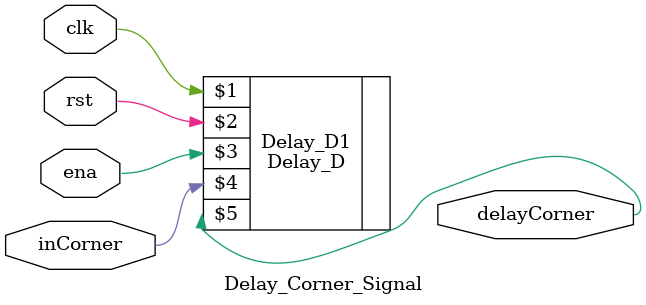
<source format=v>
module Delay_Corner_Signal(clk, rst, ena, inCorner, delayCorner);

parameter DELAY = 11502; // 11502 - latency
parameter WIDTH_DELAY_ADDRESS = 14;

input clk;
input rst;
input ena;


input inCorner;
output delayCorner;

// Hear explaining how many register needs to put in the middle of inCorner and delayCorner
// First, find the size of window. In this case, it is 37*37.
// Second, the middle one, will sit at column 19 and row 19
// Third, to find the offset, calculate the middle to the first element in 37*37, position (1,1)
// for example
// ***** 1 2 3 5 6 ***
// ***** 2 5 8 9 7 ***
// ***** 1 4 0 8 9 ***
// ***** 1 4 7 8 5 ***
// ***** 5 8 7 4 1 ***
// As we can see, 0 is the middle. Calculate the offset from 0 to 1 - (1,1) at the top left.
// From 0, we run to 8->9->*->*->*->*->*->*->7->9->8->5->2->*->*->*->*->*->*->*->*->*->*->*1
// So total 24.
// Final step is take 24 minus to the latency of the HarrisCorner.(latency is defined as how much
// time to determine one pixel at the input is corner or non-corner)

// So in this paper, we use 640 shift, so the total offset is counted as follow:
// 17*640 + 640-19+1 = 11502
// So you just need get 11502 - latency = delay 


Delay_D #(.WIDTH(1), .D(DELAY), .B(WIDTH_DELAY_ADDRESS)) Delay_D1(clk, rst, ena, inCorner, delayCorner);

endmodule



</source>
